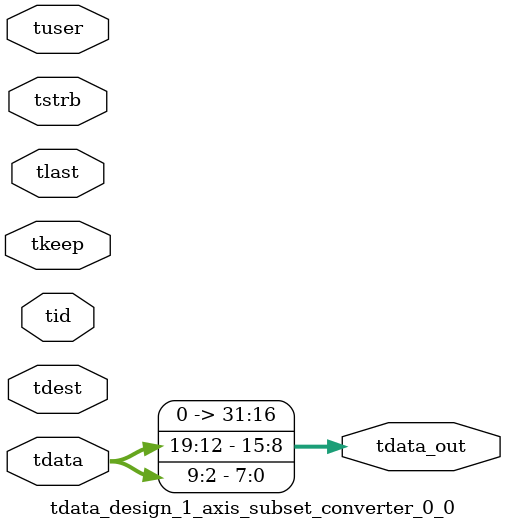
<source format=v>


`timescale 1ps/1ps

module tdata_design_1_axis_subset_converter_0_0 #
(
parameter C_S_AXIS_TDATA_WIDTH = 32,
parameter C_S_AXIS_TUSER_WIDTH = 0,
parameter C_S_AXIS_TID_WIDTH   = 0,
parameter C_S_AXIS_TDEST_WIDTH = 0,
parameter C_M_AXIS_TDATA_WIDTH = 32
)
(
input  [(C_S_AXIS_TDATA_WIDTH == 0 ? 1 : C_S_AXIS_TDATA_WIDTH)-1:0     ] tdata,
input  [(C_S_AXIS_TUSER_WIDTH == 0 ? 1 : C_S_AXIS_TUSER_WIDTH)-1:0     ] tuser,
input  [(C_S_AXIS_TID_WIDTH   == 0 ? 1 : C_S_AXIS_TID_WIDTH)-1:0       ] tid,
input  [(C_S_AXIS_TDEST_WIDTH == 0 ? 1 : C_S_AXIS_TDEST_WIDTH)-1:0     ] tdest,
input  [(C_S_AXIS_TDATA_WIDTH/8)-1:0 ] tkeep,
input  [(C_S_AXIS_TDATA_WIDTH/8)-1:0 ] tstrb,
input                                                                    tlast,
output [C_M_AXIS_TDATA_WIDTH-1:0] tdata_out
);

assign tdata_out = {tdata[19:12],tdata[9:2]};

endmodule


</source>
